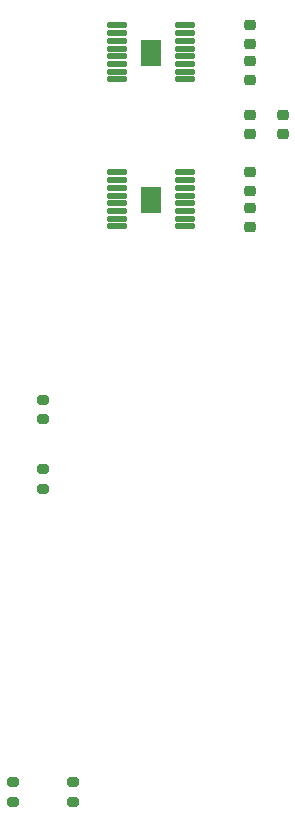
<source format=gbr>
%TF.GenerationSoftware,KiCad,Pcbnew,(6.0.7)*%
%TF.CreationDate,2023-08-30T15:26:21+09:00*%
%TF.ProjectId,graduate-project,67726164-7561-4746-952d-70726f6a6563,rev?*%
%TF.SameCoordinates,Original*%
%TF.FileFunction,Paste,Top*%
%TF.FilePolarity,Positive*%
%FSLAX46Y46*%
G04 Gerber Fmt 4.6, Leading zero omitted, Abs format (unit mm)*
G04 Created by KiCad (PCBNEW (6.0.7)) date 2023-08-30 15:26:21*
%MOMM*%
%LPD*%
G01*
G04 APERTURE LIST*
G04 Aperture macros list*
%AMRoundRect*
0 Rectangle with rounded corners*
0 $1 Rounding radius*
0 $2 $3 $4 $5 $6 $7 $8 $9 X,Y pos of 4 corners*
0 Add a 4 corners polygon primitive as box body*
4,1,4,$2,$3,$4,$5,$6,$7,$8,$9,$2,$3,0*
0 Add four circle primitives for the rounded corners*
1,1,$1+$1,$2,$3*
1,1,$1+$1,$4,$5*
1,1,$1+$1,$6,$7*
1,1,$1+$1,$8,$9*
0 Add four rect primitives between the rounded corners*
20,1,$1+$1,$2,$3,$4,$5,0*
20,1,$1+$1,$4,$5,$6,$7,0*
20,1,$1+$1,$6,$7,$8,$9,0*
20,1,$1+$1,$8,$9,$2,$3,0*%
G04 Aperture macros list end*
%ADD10C,0.010000*%
%ADD11RoundRect,0.020500X-0.764500X-0.184500X0.764500X-0.184500X0.764500X0.184500X-0.764500X0.184500X0*%
%ADD12RoundRect,0.200000X0.275000X-0.200000X0.275000X0.200000X-0.275000X0.200000X-0.275000X-0.200000X0*%
%ADD13RoundRect,0.225000X0.250000X-0.225000X0.250000X0.225000X-0.250000X0.225000X-0.250000X-0.225000X0*%
%ADD14RoundRect,0.225000X-0.250000X0.225000X-0.250000X-0.225000X0.250000X-0.225000X0.250000X0.225000X0*%
G04 APERTURE END LIST*
%TO.C,U2*%
G36*
X73444000Y-56955000D02*
G01*
X71844000Y-56955000D01*
X71844000Y-54805000D01*
X73444000Y-54805000D01*
X73444000Y-56955000D01*
G37*
D10*
X73444000Y-56955000D02*
X71844000Y-56955000D01*
X71844000Y-54805000D01*
X73444000Y-54805000D01*
X73444000Y-56955000D01*
%TO.C,U3*%
G36*
X73444000Y-44509000D02*
G01*
X71844000Y-44509000D01*
X71844000Y-42359000D01*
X73444000Y-42359000D01*
X73444000Y-44509000D01*
G37*
X73444000Y-44509000D02*
X71844000Y-44509000D01*
X71844000Y-42359000D01*
X73444000Y-42359000D01*
X73444000Y-44509000D01*
%TD*%
D11*
%TO.C,U2*%
X69774000Y-53605000D03*
X69774000Y-54255000D03*
X69774000Y-54905000D03*
X69774000Y-55555000D03*
X69774000Y-56205000D03*
X69774000Y-56855000D03*
X69774000Y-57505000D03*
X69774000Y-58155000D03*
X75514000Y-58155000D03*
X75514000Y-57505000D03*
X75514000Y-56855000D03*
X75514000Y-56205000D03*
X75514000Y-55555000D03*
X75514000Y-54905000D03*
X75514000Y-54255000D03*
X75514000Y-53605000D03*
%TD*%
%TO.C,U3*%
X69774000Y-41159000D03*
X69774000Y-41809000D03*
X69774000Y-42459000D03*
X69774000Y-43109000D03*
X69774000Y-43759000D03*
X69774000Y-44409000D03*
X69774000Y-45059000D03*
X69774000Y-45709000D03*
X75514000Y-45709000D03*
X75514000Y-45059000D03*
X75514000Y-44409000D03*
X75514000Y-43759000D03*
X75514000Y-43109000D03*
X75514000Y-42459000D03*
X75514000Y-41809000D03*
X75514000Y-41159000D03*
%TD*%
D12*
%TO.C,R2*%
X63500000Y-80390000D03*
X63500000Y-78740000D03*
%TD*%
D13*
%TO.C,C3*%
X81026000Y-55131000D03*
X81026000Y-53581000D03*
%TD*%
D14*
%TO.C,C2*%
X81026000Y-44183000D03*
X81026000Y-45733000D03*
%TD*%
D12*
%TO.C,R1*%
X63500000Y-74485000D03*
X63500000Y-72835000D03*
%TD*%
%TO.C,R4*%
X66040000Y-106870000D03*
X66040000Y-105220000D03*
%TD*%
%TO.C,R5*%
X60960000Y-106870000D03*
X60960000Y-105220000D03*
%TD*%
D14*
%TO.C,C5*%
X83820000Y-48755000D03*
X83820000Y-50305000D03*
%TD*%
%TO.C,C6*%
X81026000Y-48755000D03*
X81026000Y-50305000D03*
%TD*%
%TO.C,C4*%
X81026000Y-56629000D03*
X81026000Y-58179000D03*
%TD*%
D13*
%TO.C,C1*%
X81026000Y-42685000D03*
X81026000Y-41135000D03*
%TD*%
M02*

</source>
